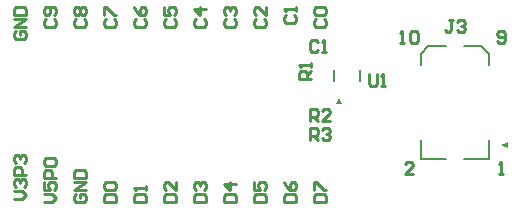
<source format=gto>
G04*
G04 #@! TF.GenerationSoftware,Altium Limited,Altium Designer,25.9.0 (10)*
G04*
G04 Layer_Color=16777215*
%FSLAX44Y44*%
%MOMM*%
G71*
G04*
G04 #@! TF.SameCoordinates,A69B8269-B679-459B-B5DD-CBE35428100B*
G04*
G04*
G04 #@! TF.FilePolarity,Positive*
G04*
G01*
G75*
%ADD10C,0.2000*%
%ADD11C,0.2540*%
G36*
X336510Y113030D02*
X334010Y118030D01*
X331510Y113030D01*
X336510D01*
D02*
G37*
G36*
X476710Y76220D02*
Y81220D01*
X470710Y78720D01*
X476710Y76220D01*
D02*
G37*
D10*
X329610Y132242D02*
Y142078D01*
X351110Y132242D02*
Y142078D01*
X439654Y161950D02*
X454150D01*
X409450D02*
X423946D01*
X403200Y66650D02*
Y82200D01*
Y146400D02*
Y155700D01*
X439654Y66650D02*
X460400D01*
X403200D02*
X423946D01*
X460400D02*
Y82200D01*
Y146400D02*
Y155700D01*
X454150Y161950D02*
X460400Y155700D01*
X403200Y155700D02*
X409450Y161950D01*
D11*
X185422Y30480D02*
X195578D01*
Y35558D01*
X193886Y37251D01*
X187114D01*
X185422Y35558D01*
Y30480D01*
X195578Y47408D02*
Y40637D01*
X188807Y47408D01*
X187114D01*
X185422Y45715D01*
Y42330D01*
X187114Y40637D01*
X236222Y30480D02*
X246378D01*
Y35558D01*
X244686Y37251D01*
X237914D01*
X236222Y35558D01*
Y30480D01*
X246378Y45715D02*
X236222D01*
X241300Y40637D01*
Y47408D01*
X210822Y30480D02*
X220978D01*
Y35558D01*
X219286Y37251D01*
X212514D01*
X210822Y35558D01*
Y30480D01*
X212514Y40637D02*
X210822Y42330D01*
Y45715D01*
X212514Y47408D01*
X214207D01*
X215900Y45715D01*
Y44022D01*
Y45715D01*
X217593Y47408D01*
X219286D01*
X220978Y45715D01*
Y42330D01*
X219286Y40637D01*
X312422Y30480D02*
X322578D01*
Y35558D01*
X320886Y37251D01*
X314114D01*
X312422Y35558D01*
Y30480D01*
Y40637D02*
Y47408D01*
X314114D01*
X320886Y40637D01*
X322578D01*
X261622Y30480D02*
X271778D01*
Y35558D01*
X270086Y37251D01*
X263314D01*
X261622Y35558D01*
Y30480D01*
Y47408D02*
Y40637D01*
X266700D01*
X265007Y44022D01*
Y45715D01*
X266700Y47408D01*
X270086D01*
X271778Y45715D01*
Y42330D01*
X270086Y40637D01*
X160022Y30480D02*
X170178D01*
Y35558D01*
X168486Y37251D01*
X161714D01*
X160022Y35558D01*
Y30480D01*
X170178Y40637D02*
Y44022D01*
Y42330D01*
X160022D01*
X161714Y40637D01*
X287022Y30480D02*
X297178D01*
Y35558D01*
X295486Y37251D01*
X288714D01*
X287022Y35558D01*
Y30480D01*
Y47408D02*
X288714Y44022D01*
X292100Y40637D01*
X295486D01*
X297178Y42330D01*
Y45715D01*
X295486Y47408D01*
X293793D01*
X292100Y45715D01*
Y40637D01*
X83822Y30480D02*
X90593D01*
X93978Y33866D01*
X90593Y37251D01*
X83822D01*
Y47408D02*
Y40637D01*
X88900D01*
X87207Y44022D01*
Y45715D01*
X88900Y47408D01*
X92286D01*
X93978Y45715D01*
Y42330D01*
X92286Y40637D01*
X93978Y50793D02*
X83822D01*
Y55872D01*
X85514Y57565D01*
X88900D01*
X90593Y55872D01*
Y50793D01*
X85514Y60950D02*
X83822Y62643D01*
Y66028D01*
X85514Y67721D01*
X92286D01*
X93978Y66028D01*
Y62643D01*
X92286Y60950D01*
X85514D01*
X134622Y30480D02*
X144778D01*
Y35558D01*
X143086Y37251D01*
X136314D01*
X134622Y35558D01*
Y30480D01*
X136314Y40637D02*
X134622Y42330D01*
Y45715D01*
X136314Y47408D01*
X143086D01*
X144778Y45715D01*
Y42330D01*
X143086Y40637D01*
X136314D01*
X58422Y33020D02*
X65193D01*
X68578Y36406D01*
X65193Y39791D01*
X58422D01*
X60114Y43177D02*
X58422Y44869D01*
Y48255D01*
X60114Y49948D01*
X61807D01*
X63500Y48255D01*
Y46562D01*
Y48255D01*
X65193Y49948D01*
X66886D01*
X68578Y48255D01*
Y44869D01*
X66886Y43177D01*
X68578Y53333D02*
X58422D01*
Y58412D01*
X60114Y60105D01*
X63500D01*
X65193Y58412D01*
Y53333D01*
X60114Y63490D02*
X58422Y65183D01*
Y68569D01*
X60114Y70261D01*
X61807D01*
X63500Y68569D01*
Y66876D01*
Y68569D01*
X65193Y70261D01*
X66886D01*
X68578Y68569D01*
Y65183D01*
X66886Y63490D01*
X110914Y37251D02*
X109222Y35558D01*
Y32173D01*
X110914Y30480D01*
X117685D01*
X119378Y32173D01*
Y35558D01*
X117685Y37251D01*
X114300D01*
Y33866D01*
X119378Y40637D02*
X109222D01*
X119378Y47408D01*
X109222D01*
Y50793D02*
X119378D01*
Y55872D01*
X117685Y57565D01*
X110914D01*
X109222Y55872D01*
Y50793D01*
X288714Y188809D02*
X287022Y187116D01*
Y183731D01*
X288714Y182038D01*
X295486D01*
X297178Y183731D01*
Y187116D01*
X295486Y188809D01*
X297178Y192194D02*
Y195580D01*
Y193887D01*
X287022D01*
X288714Y192194D01*
X314114Y185423D02*
X312422Y183731D01*
Y180345D01*
X314114Y178652D01*
X320886D01*
X322578Y180345D01*
Y183731D01*
X320886Y185423D01*
X314114Y188809D02*
X312422Y190502D01*
Y193887D01*
X314114Y195580D01*
X320886D01*
X322578Y193887D01*
Y190502D01*
X320886Y188809D01*
X314114D01*
X263314Y185423D02*
X261622Y183731D01*
Y180345D01*
X263314Y178652D01*
X270086D01*
X271778Y180345D01*
Y183731D01*
X270086Y185423D01*
X271778Y195580D02*
Y188809D01*
X265007Y195580D01*
X263314D01*
X261622Y193887D01*
Y190502D01*
X263314Y188809D01*
X237914Y185423D02*
X236222Y183731D01*
Y180345D01*
X237914Y178652D01*
X244686D01*
X246378Y180345D01*
Y183731D01*
X244686Y185423D01*
X237914Y188809D02*
X236222Y190502D01*
Y193887D01*
X237914Y195580D01*
X239607D01*
X241300Y193887D01*
Y192194D01*
Y193887D01*
X242993Y195580D01*
X244686D01*
X246378Y193887D01*
Y190502D01*
X244686Y188809D01*
X212514Y185423D02*
X210822Y183731D01*
Y180345D01*
X212514Y178652D01*
X219286D01*
X220978Y180345D01*
Y183731D01*
X219286Y185423D01*
X220978Y193887D02*
X210822D01*
X215900Y188809D01*
Y195580D01*
X187114Y185423D02*
X185422Y183731D01*
Y180345D01*
X187114Y178652D01*
X193886D01*
X195578Y180345D01*
Y183731D01*
X193886Y185423D01*
X185422Y195580D02*
Y188809D01*
X190500D01*
X188807Y192194D01*
Y193887D01*
X190500Y195580D01*
X193886D01*
X195578Y193887D01*
Y190502D01*
X193886Y188809D01*
X161714Y185423D02*
X160022Y183731D01*
Y180345D01*
X161714Y178652D01*
X168486D01*
X170178Y180345D01*
Y183731D01*
X168486Y185423D01*
X160022Y195580D02*
X161714Y192194D01*
X165100Y188809D01*
X168486D01*
X170178Y190502D01*
Y193887D01*
X168486Y195580D01*
X166793D01*
X165100Y193887D01*
Y188809D01*
X136314Y185423D02*
X134622Y183731D01*
Y180345D01*
X136314Y178652D01*
X143086D01*
X144778Y180345D01*
Y183731D01*
X143086Y185423D01*
X134622Y188809D02*
Y195580D01*
X136314D01*
X143086Y188809D01*
X144778D01*
X110914Y185423D02*
X109222Y183731D01*
Y180345D01*
X110914Y178652D01*
X117686D01*
X119378Y180345D01*
Y183731D01*
X117686Y185423D01*
X110914Y188809D02*
X109222Y190502D01*
Y193887D01*
X110914Y195580D01*
X112607D01*
X114300Y193887D01*
X115993Y195580D01*
X117686D01*
X119378Y193887D01*
Y190502D01*
X117686Y188809D01*
X115993D01*
X114300Y190502D01*
X112607Y188809D01*
X110914D01*
X114300Y190502D02*
Y193887D01*
X85514Y185423D02*
X83822Y183731D01*
Y180345D01*
X85514Y178652D01*
X92286D01*
X93978Y180345D01*
Y183731D01*
X92286Y185423D01*
Y188809D02*
X93978Y190502D01*
Y193887D01*
X92286Y195580D01*
X85514D01*
X83822Y193887D01*
Y190502D01*
X85514Y188809D01*
X87207D01*
X88900Y190502D01*
Y195580D01*
X60114Y175267D02*
X58422Y173574D01*
Y170188D01*
X60114Y168495D01*
X66886D01*
X68578Y170188D01*
Y173574D01*
X66886Y175267D01*
X63500D01*
Y171881D01*
X68578Y178652D02*
X58422D01*
X68578Y185423D01*
X58422D01*
Y188809D02*
X68578D01*
Y193887D01*
X66886Y195580D01*
X60114D01*
X58422Y193887D01*
Y188809D01*
X384933Y164322D02*
X388318D01*
X386625D01*
Y174478D01*
X384933Y172786D01*
X393396D02*
X395089Y174478D01*
X398475D01*
X400168Y172786D01*
Y166014D01*
X398475Y164322D01*
X395089D01*
X393396Y166014D01*
Y172786D01*
X395936Y54122D02*
X389164D01*
X395936Y60893D01*
Y62586D01*
X394243Y64278D01*
X390857D01*
X389164Y62586D01*
X467664Y166014D02*
X469357Y164322D01*
X472743D01*
X474436Y166014D01*
Y172786D01*
X472743Y174478D01*
X469357D01*
X467664Y172786D01*
Y171093D01*
X469357Y169400D01*
X474436D01*
X469357Y54122D02*
X472743D01*
X471050D01*
Y64278D01*
X469357Y62586D01*
X358989Y138428D02*
Y129964D01*
X360682Y128272D01*
X364067D01*
X365760Y129964D01*
Y138428D01*
X369146Y128272D02*
X372531D01*
X370838D01*
Y138428D01*
X369146Y136736D01*
X309878Y134199D02*
X299722D01*
Y139277D01*
X301414Y140970D01*
X304800D01*
X306493Y139277D01*
Y134199D01*
Y137584D02*
X309878Y140970D01*
Y144356D02*
Y147741D01*
Y146048D01*
X299722D01*
X301414Y144356D01*
X316230Y165946D02*
X314537Y167638D01*
X311152D01*
X309459Y165946D01*
Y159174D01*
X311152Y157482D01*
X314537D01*
X316230Y159174D01*
X319616Y157482D02*
X323001D01*
X321308D01*
Y167638D01*
X319616Y165946D01*
X309036Y82552D02*
Y92708D01*
X314114D01*
X315807Y91016D01*
Y87630D01*
X314114Y85937D01*
X309036D01*
X312422D02*
X315807Y82552D01*
X319193Y91016D02*
X320886Y92708D01*
X324271D01*
X325964Y91016D01*
Y89323D01*
X324271Y87630D01*
X322578D01*
X324271D01*
X325964Y85937D01*
Y84244D01*
X324271Y82552D01*
X320886D01*
X319193Y84244D01*
X309036Y99062D02*
Y109218D01*
X314114D01*
X315807Y107526D01*
Y104140D01*
X314114Y102447D01*
X309036D01*
X312422D02*
X315807Y99062D01*
X325964D02*
X319193D01*
X325964Y105833D01*
Y107526D01*
X324271Y109218D01*
X320886D01*
X319193Y107526D01*
X430107Y184148D02*
X426722D01*
X428414D01*
Y175684D01*
X426722Y173992D01*
X425029D01*
X423336Y175684D01*
X433493Y182456D02*
X435186Y184148D01*
X438571D01*
X440264Y182456D01*
Y180763D01*
X438571Y179070D01*
X436878D01*
X438571D01*
X440264Y177377D01*
Y175684D01*
X438571Y173992D01*
X435186D01*
X433493Y175684D01*
M02*

</source>
